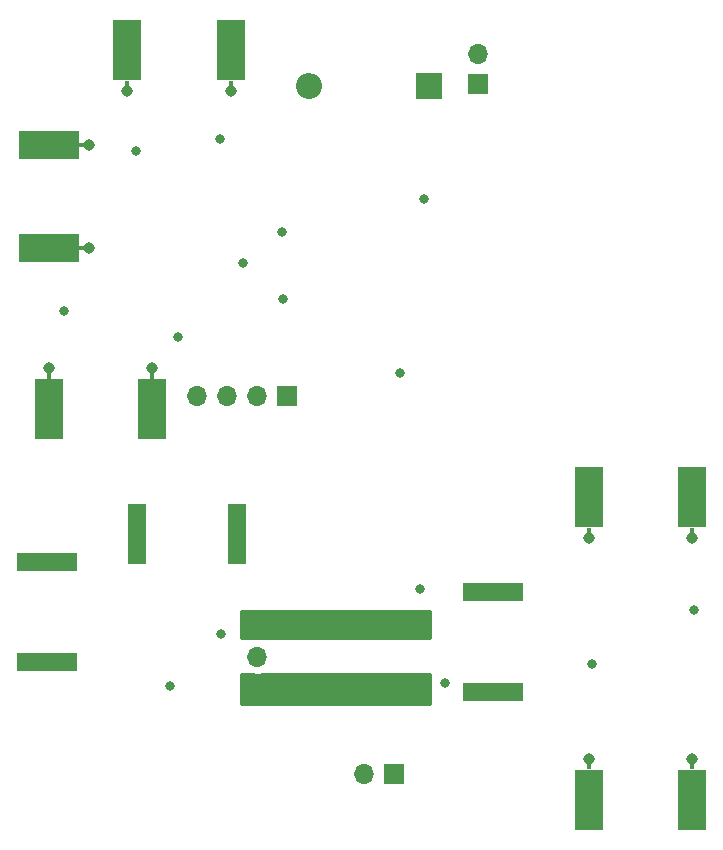
<source format=gbr>
G04 #@! TF.GenerationSoftware,KiCad,Pcbnew,(5.1.5)-3*
G04 #@! TF.CreationDate,2020-03-06T11:59:56-08:00*
G04 #@! TF.ProjectId,StabilityTestRev0,53746162-696c-4697-9479-546573745265,rev?*
G04 #@! TF.SameCoordinates,Original*
G04 #@! TF.FileFunction,Copper,L2,Bot*
G04 #@! TF.FilePolarity,Positive*
%FSLAX46Y46*%
G04 Gerber Fmt 4.6, Leading zero omitted, Abs format (unit mm)*
G04 Created by KiCad (PCBNEW (5.1.5)-3) date 2020-03-06 11:59:56*
%MOMM*%
%LPD*%
G04 APERTURE LIST*
%ADD10R,0.460000X0.950000*%
%ADD11C,0.970000*%
%ADD12R,2.420000X5.080000*%
%ADD13R,2.200000X2.200000*%
%ADD14O,2.200000X2.200000*%
%ADD15O,1.700000X1.700000*%
%ADD16R,1.700000X1.700000*%
%ADD17R,5.080000X2.420000*%
%ADD18R,0.950000X0.460000*%
%ADD19R,5.080000X1.500000*%
%ADD20R,1.500000X5.080000*%
%ADD21C,0.800000*%
%ADD22C,0.254000*%
G04 APERTURE END LIST*
D10*
X69216500Y-55346600D03*
X77976500Y-55346600D03*
D11*
X69216500Y-55796600D03*
X77976500Y-55796600D03*
D12*
X69216500Y-52356600D03*
X77976500Y-52356600D03*
D13*
X94742000Y-55346600D03*
D14*
X84582000Y-55346600D03*
D15*
X98933000Y-52679600D03*
D16*
X98933000Y-55219600D03*
D17*
X62547500Y-60364600D03*
X62547500Y-69124600D03*
D11*
X65987500Y-60364600D03*
X65987500Y-69124600D03*
D18*
X65537500Y-60364600D03*
X65537500Y-69124600D03*
D12*
X62549000Y-82715100D03*
X71309000Y-82715100D03*
D11*
X62549000Y-79275100D03*
X71309000Y-79275100D03*
D10*
X62549000Y-79725100D03*
X71309000Y-79725100D03*
D16*
X82740500Y-81572100D03*
D15*
X80200500Y-81572100D03*
X77660500Y-81572100D03*
X75120500Y-81572100D03*
D10*
X117029000Y-112808600D03*
X108269000Y-112808600D03*
D11*
X117029000Y-112358600D03*
X108269000Y-112358600D03*
D12*
X117029000Y-115798600D03*
X108269000Y-115798600D03*
X117029000Y-90202600D03*
X108269000Y-90202600D03*
D11*
X117029000Y-93642600D03*
X108269000Y-93642600D03*
D10*
X117029000Y-93192600D03*
X108269000Y-93192600D03*
D16*
X91770200Y-113639600D03*
D15*
X89230200Y-113639600D03*
D19*
X62433200Y-95673600D03*
X62433200Y-104173600D03*
D16*
X80213200Y-106273600D03*
D15*
X80213200Y-103733600D03*
X80213200Y-101193600D03*
D19*
X100152200Y-106713600D03*
X100152200Y-98213600D03*
D20*
X69994200Y-93319600D03*
X78494200Y-93319600D03*
D21*
X94030800Y-97942400D03*
X77165200Y-101752400D03*
X72847200Y-106172000D03*
X96113600Y-105918000D03*
X108585000Y-104267000D03*
X117221000Y-99695000D03*
X94361000Y-64897000D03*
X73533000Y-76581000D03*
X92329000Y-79629000D03*
X69977000Y-60833000D03*
X77089000Y-59817000D03*
X78994000Y-70358000D03*
X82296000Y-67691000D03*
X82423000Y-73406000D03*
X63881000Y-74422000D03*
X86309200Y-106908600D03*
X93548200Y-106908600D03*
X85293200Y-100685600D03*
X92659200Y-100685600D03*
D22*
G36*
X94818200Y-102082600D02*
G01*
X78816200Y-102082600D01*
X78816200Y-99796600D01*
X94818200Y-99796600D01*
X94818200Y-102082600D01*
G37*
X94818200Y-102082600D02*
X78816200Y-102082600D01*
X78816200Y-99796600D01*
X94818200Y-99796600D01*
X94818200Y-102082600D01*
G36*
X79780042Y-105161532D02*
G01*
X80066940Y-105218600D01*
X80359460Y-105218600D01*
X80646358Y-105161532D01*
X80721035Y-105130600D01*
X94818200Y-105130600D01*
X94818200Y-107670600D01*
X78816200Y-107670600D01*
X78816200Y-105130600D01*
X79705365Y-105130600D01*
X79780042Y-105161532D01*
G37*
X79780042Y-105161532D02*
X80066940Y-105218600D01*
X80359460Y-105218600D01*
X80646358Y-105161532D01*
X80721035Y-105130600D01*
X94818200Y-105130600D01*
X94818200Y-107670600D01*
X78816200Y-107670600D01*
X78816200Y-105130600D01*
X79705365Y-105130600D01*
X79780042Y-105161532D01*
M02*

</source>
